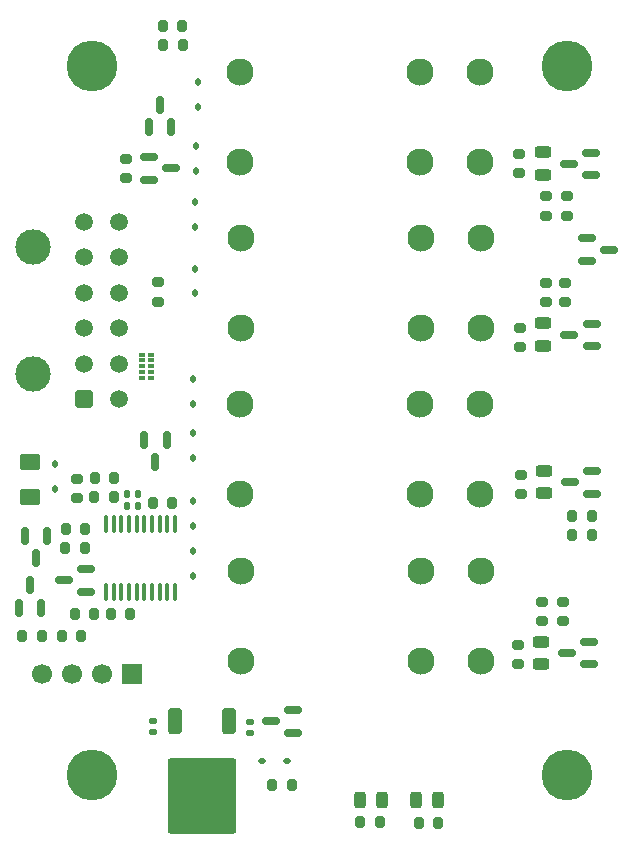
<source format=gbr>
%TF.GenerationSoftware,KiCad,Pcbnew,9.0.4*%
%TF.CreationDate,2026-01-15T15:25:04-08:00*%
%TF.ProjectId,relayBoard,72656c61-7942-46f6-9172-642e6b696361,rev?*%
%TF.SameCoordinates,Original*%
%TF.FileFunction,Soldermask,Top*%
%TF.FilePolarity,Negative*%
%FSLAX46Y46*%
G04 Gerber Fmt 4.6, Leading zero omitted, Abs format (unit mm)*
G04 Created by KiCad (PCBNEW 9.0.4) date 2026-01-15 15:25:04*
%MOMM*%
%LPD*%
G01*
G04 APERTURE LIST*
G04 Aperture macros list*
%AMRoundRect*
0 Rectangle with rounded corners*
0 $1 Rounding radius*
0 $2 $3 $4 $5 $6 $7 $8 $9 X,Y pos of 4 corners*
0 Add a 4 corners polygon primitive as box body*
4,1,4,$2,$3,$4,$5,$6,$7,$8,$9,$2,$3,0*
0 Add four circle primitives for the rounded corners*
1,1,$1+$1,$2,$3*
1,1,$1+$1,$4,$5*
1,1,$1+$1,$6,$7*
1,1,$1+$1,$8,$9*
0 Add four rect primitives between the rounded corners*
20,1,$1+$1,$2,$3,$4,$5,0*
20,1,$1+$1,$4,$5,$6,$7,0*
20,1,$1+$1,$6,$7,$8,$9,0*
20,1,$1+$1,$8,$9,$2,$3,0*%
G04 Aperture macros list end*
%ADD10RoundRect,0.112500X-0.112500X0.187500X-0.112500X-0.187500X0.112500X-0.187500X0.112500X0.187500X0*%
%ADD11RoundRect,0.200000X0.200000X0.275000X-0.200000X0.275000X-0.200000X-0.275000X0.200000X-0.275000X0*%
%ADD12C,4.300000*%
%ADD13C,1.500000*%
%ADD14RoundRect,0.250001X0.499999X-0.499999X0.499999X0.499999X-0.499999X0.499999X-0.499999X-0.499999X0*%
%ADD15C,3.000000*%
%ADD16RoundRect,0.150000X-0.150000X0.587500X-0.150000X-0.587500X0.150000X-0.587500X0.150000X0.587500X0*%
%ADD17RoundRect,0.150000X0.150000X-0.587500X0.150000X0.587500X-0.150000X0.587500X-0.150000X-0.587500X0*%
%ADD18RoundRect,0.250000X-0.350000X0.850000X-0.350000X-0.850000X0.350000X-0.850000X0.350000X0.850000X0*%
%ADD19RoundRect,0.249997X-2.650003X2.950003X-2.650003X-2.950003X2.650003X-2.950003X2.650003X2.950003X0*%
%ADD20RoundRect,0.150000X0.587500X0.150000X-0.587500X0.150000X-0.587500X-0.150000X0.587500X-0.150000X0*%
%ADD21RoundRect,0.200000X-0.200000X-0.275000X0.200000X-0.275000X0.200000X0.275000X-0.200000X0.275000X0*%
%ADD22RoundRect,0.112500X0.112500X-0.187500X0.112500X0.187500X-0.112500X0.187500X-0.112500X-0.187500X0*%
%ADD23RoundRect,0.140000X-0.170000X0.140000X-0.170000X-0.140000X0.170000X-0.140000X0.170000X0.140000X0*%
%ADD24RoundRect,0.243750X0.456250X-0.243750X0.456250X0.243750X-0.456250X0.243750X-0.456250X-0.243750X0*%
%ADD25RoundRect,0.200000X0.275000X-0.200000X0.275000X0.200000X-0.275000X0.200000X-0.275000X-0.200000X0*%
%ADD26C,2.300000*%
%ADD27RoundRect,0.140000X0.140000X0.170000X-0.140000X0.170000X-0.140000X-0.170000X0.140000X-0.170000X0*%
%ADD28RoundRect,0.100000X-0.100000X0.637500X-0.100000X-0.637500X0.100000X-0.637500X0.100000X0.637500X0*%
%ADD29RoundRect,0.200000X-0.275000X0.200000X-0.275000X-0.200000X0.275000X-0.200000X0.275000X0.200000X0*%
%ADD30RoundRect,0.243750X-0.243750X-0.456250X0.243750X-0.456250X0.243750X0.456250X-0.243750X0.456250X0*%
%ADD31R,1.700000X1.700000*%
%ADD32C,1.700000*%
%ADD33RoundRect,0.112500X-0.187500X-0.112500X0.187500X-0.112500X0.187500X0.112500X-0.187500X0.112500X0*%
%ADD34RoundRect,0.150000X-0.587500X-0.150000X0.587500X-0.150000X0.587500X0.150000X-0.587500X0.150000X0*%
%ADD35RoundRect,0.075000X-0.200000X0.075000X-0.200000X-0.075000X0.200000X-0.075000X0.200000X0.075000X0*%
%ADD36RoundRect,0.250001X-0.624999X0.462499X-0.624999X-0.462499X0.624999X-0.462499X0.624999X0.462499X0*%
%ADD37RoundRect,0.140000X-0.140000X-0.170000X0.140000X-0.170000X0.140000X0.170000X-0.140000X0.170000X0*%
G04 APERTURE END LIST*
D10*
%TO.C,D7*%
X83070000Y-74720000D03*
X83070000Y-72620000D03*
%TD*%
D11*
%TO.C,R15*%
X85585000Y-79720000D03*
X83935000Y-79720000D03*
%TD*%
D12*
%TO.C,H1*%
X126430000Y-38930000D03*
%TD*%
%TO.C,H2*%
X86160000Y-38930000D03*
%TD*%
%TO.C,H3*%
X126430000Y-98920000D03*
%TD*%
%TO.C,H4*%
X86160000Y-98920000D03*
%TD*%
D13*
%TO.C,J1*%
X88490000Y-52110000D03*
X88490000Y-55110000D03*
X88490000Y-58110000D03*
X88490000Y-61110000D03*
X88490000Y-64110000D03*
X88490000Y-67110000D03*
X85490000Y-52110000D03*
X85490000Y-55110000D03*
X85490000Y-58110000D03*
X85490000Y-61110000D03*
X85490000Y-64110000D03*
D14*
X85490000Y-67110000D03*
D15*
X81170000Y-54250000D03*
X81170000Y-64950000D03*
%TD*%
D16*
%TO.C,Q5*%
X81452500Y-80552500D03*
X80502500Y-78677500D03*
X82402500Y-78677500D03*
%TD*%
D17*
%TO.C,Q12*%
X80937500Y-82882500D03*
X81887500Y-84757500D03*
X79987500Y-84757500D03*
%TD*%
D18*
%TO.C,U4*%
X93195000Y-94395000D03*
D19*
X95475000Y-100695000D03*
D18*
X97755000Y-94395000D03*
%TD*%
D20*
%TO.C,Q8*%
X83775000Y-82460000D03*
X85650000Y-81510000D03*
X85650000Y-83410000D03*
%TD*%
D11*
%TO.C,R29*%
X87785000Y-85280000D03*
X89435000Y-85280000D03*
%TD*%
%TO.C,R30*%
X80265000Y-87160000D03*
X81915000Y-87160000D03*
%TD*%
D21*
%TO.C,R31*%
X83625000Y-87160000D03*
X85275000Y-87160000D03*
%TD*%
%TO.C,R28*%
X84745000Y-85300000D03*
X86395000Y-85300000D03*
%TD*%
D22*
%TO.C,D5*%
X94700000Y-67510000D03*
X94700000Y-65410000D03*
%TD*%
D23*
%TO.C,C2*%
X91377500Y-94345000D03*
X91377500Y-95305000D03*
%TD*%
D21*
%TO.C,R4*%
X86380000Y-75410000D03*
X88030000Y-75410000D03*
%TD*%
D24*
%TO.C,D14*%
X124390000Y-62570000D03*
X124390000Y-60695000D03*
%TD*%
D22*
%TO.C,D11*%
X94730000Y-77847500D03*
X94730000Y-75747500D03*
%TD*%
D25*
%TO.C,R13*%
X124310000Y-85925000D03*
X124310000Y-84275000D03*
%TD*%
D11*
%TO.C,R21*%
X115505000Y-103010000D03*
X113855000Y-103010000D03*
%TD*%
D25*
%TO.C,R3*%
X84920000Y-75505000D03*
X84920000Y-73855000D03*
%TD*%
D26*
%TO.C,K6*%
X98740000Y-47020000D03*
X113980000Y-47020000D03*
X119060000Y-47020000D03*
X119060000Y-39400000D03*
X113980000Y-39400000D03*
X98740000Y-39400000D03*
%TD*%
D27*
%TO.C,C7*%
X90120000Y-75140000D03*
X89160000Y-75140000D03*
%TD*%
D28*
%TO.C,U5*%
X93205000Y-77705000D03*
X92555000Y-77705000D03*
X91905000Y-77705000D03*
X91255000Y-77705000D03*
X90605000Y-77705000D03*
X89955000Y-77705000D03*
X89305000Y-77705000D03*
X88655000Y-77705000D03*
X88005000Y-77705000D03*
X87355000Y-77705000D03*
X87355000Y-83430000D03*
X88005000Y-83430000D03*
X88655000Y-83430000D03*
X89305000Y-83430000D03*
X89955000Y-83430000D03*
X90605000Y-83430000D03*
X91255000Y-83430000D03*
X91905000Y-83430000D03*
X92555000Y-83430000D03*
X93205000Y-83430000D03*
%TD*%
D29*
%TO.C,R16*%
X126030000Y-84275000D03*
X126030000Y-85925000D03*
%TD*%
D25*
%TO.C,R8*%
X126390000Y-51575000D03*
X126390000Y-49925000D03*
%TD*%
D29*
%TO.C,R26*%
X89102500Y-46735000D03*
X89102500Y-48385000D03*
%TD*%
D26*
%TO.C,K4*%
X98750000Y-75170000D03*
X113990000Y-75170000D03*
X119070000Y-75170000D03*
X119070000Y-67550000D03*
X113990000Y-67550000D03*
X98750000Y-67550000D03*
%TD*%
D30*
%TO.C,GLV1*%
X113642500Y-101070000D03*
X115517500Y-101070000D03*
%TD*%
D26*
%TO.C,K5*%
X98830000Y-61060000D03*
X114070000Y-61060000D03*
X119150000Y-61060000D03*
X119150000Y-53440000D03*
X114070000Y-53440000D03*
X98830000Y-53440000D03*
%TD*%
D11*
%TO.C,R7*%
X128475000Y-77020000D03*
X126825000Y-77020000D03*
%TD*%
D10*
%TO.C,D1*%
X95180000Y-40270000D03*
X95180000Y-42370000D03*
%TD*%
D17*
%TO.C,Q4*%
X91000000Y-44047500D03*
X92900000Y-44047500D03*
X91950000Y-42172500D03*
%TD*%
D25*
%TO.C,R22*%
X91730000Y-58840000D03*
X91730000Y-57190000D03*
%TD*%
D21*
%TO.C,R25*%
X92205000Y-37080000D03*
X93855000Y-37080000D03*
%TD*%
D24*
%TO.C,D15*%
X124430000Y-75070000D03*
X124430000Y-73195000D03*
%TD*%
D10*
%TO.C,D10*%
X94730000Y-79950000D03*
X94730000Y-82050000D03*
%TD*%
D21*
%TO.C,R9*%
X126835000Y-78650000D03*
X128485000Y-78650000D03*
%TD*%
D20*
%TO.C,Q9*%
X128477500Y-62622500D03*
X128477500Y-60722500D03*
X126602500Y-61672500D03*
%TD*%
%TO.C,Q11*%
X128250000Y-89570000D03*
X128250000Y-87670000D03*
X126375000Y-88620000D03*
%TD*%
D31*
%TO.C,J2*%
X89590000Y-90360000D03*
D32*
X87050000Y-90360000D03*
X84510000Y-90360000D03*
X81970000Y-90360000D03*
%TD*%
D33*
%TO.C,D17*%
X100580000Y-97770000D03*
X102680000Y-97770000D03*
%TD*%
D21*
%TO.C,R20*%
X108902500Y-102891250D03*
X110552500Y-102891250D03*
%TD*%
D29*
%TO.C,R5*%
X124610000Y-49915000D03*
X124610000Y-51565000D03*
%TD*%
D34*
%TO.C,D8*%
X128052500Y-53490000D03*
X128052500Y-55390000D03*
X129927500Y-54440000D03*
%TD*%
D22*
%TO.C,D4*%
X94920000Y-52510000D03*
X94920000Y-50410000D03*
%TD*%
D20*
%TO.C,Q6*%
X103227500Y-95342500D03*
X103227500Y-93442500D03*
X101352500Y-94392500D03*
%TD*%
D21*
%TO.C,R14*%
X86430000Y-73810000D03*
X88080000Y-73810000D03*
%TD*%
D29*
%TO.C,R10*%
X122420000Y-61055000D03*
X122420000Y-62705000D03*
%TD*%
D25*
%TO.C,R17*%
X124650000Y-58900000D03*
X124650000Y-57250000D03*
%TD*%
D23*
%TO.C,C1*%
X99597500Y-94405000D03*
X99597500Y-95365000D03*
%TD*%
D11*
%TO.C,R27*%
X93835000Y-35500000D03*
X92185000Y-35500000D03*
%TD*%
D35*
%TO.C,U2*%
X90410000Y-63330000D03*
X90410000Y-63830000D03*
X90410000Y-64330000D03*
X90410000Y-64830000D03*
X90410000Y-65330000D03*
X91180000Y-65330000D03*
X91180000Y-64830000D03*
X91180000Y-64330000D03*
X91180000Y-63830000D03*
X91180000Y-63330000D03*
%TD*%
D20*
%TO.C,Q10*%
X128517500Y-75102500D03*
X128517500Y-73202500D03*
X126642500Y-74152500D03*
%TD*%
D30*
%TO.C,3V1*%
X108860000Y-101031250D03*
X110735000Y-101031250D03*
%TD*%
D24*
%TO.C,D13*%
X124410000Y-48097500D03*
X124410000Y-46222500D03*
%TD*%
D21*
%TO.C,R19*%
X91345000Y-75890000D03*
X92995000Y-75890000D03*
%TD*%
D20*
%TO.C,Q1*%
X128437500Y-48142500D03*
X128437500Y-46242500D03*
X126562500Y-47192500D03*
%TD*%
D36*
%TO.C,F1*%
X80920000Y-72422500D03*
X80920000Y-75397500D03*
%TD*%
D29*
%TO.C,R11*%
X122470000Y-73500000D03*
X122470000Y-75150000D03*
%TD*%
%TO.C,R18*%
X126270000Y-57260000D03*
X126270000Y-58910000D03*
%TD*%
%TO.C,R12*%
X122230000Y-87895000D03*
X122230000Y-89545000D03*
%TD*%
D37*
%TO.C,C6*%
X89160000Y-76150000D03*
X90120000Y-76150000D03*
%TD*%
D10*
%TO.C,D2*%
X95000000Y-45690000D03*
X95000000Y-47790000D03*
%TD*%
D11*
%TO.C,R2*%
X85595000Y-78100000D03*
X83945000Y-78100000D03*
%TD*%
D10*
%TO.C,D3*%
X94940000Y-56050000D03*
X94940000Y-58150000D03*
%TD*%
D11*
%TO.C,R1*%
X103075000Y-99750000D03*
X101425000Y-99750000D03*
%TD*%
D29*
%TO.C,R6*%
X122340000Y-46315000D03*
X122340000Y-47965000D03*
%TD*%
D10*
%TO.C,D6*%
X94700000Y-70010000D03*
X94700000Y-72110000D03*
%TD*%
D16*
%TO.C,Q2*%
X92502500Y-70592500D03*
X90602500Y-70592500D03*
X91552500Y-72467500D03*
%TD*%
D24*
%TO.C,D16*%
X124210000Y-89547500D03*
X124210000Y-87672500D03*
%TD*%
D34*
%TO.C,Q3*%
X91002500Y-46620000D03*
X91002500Y-48520000D03*
X92877500Y-47570000D03*
%TD*%
D26*
%TO.C,K7*%
X98830000Y-89250000D03*
X114070000Y-89250000D03*
X119150000Y-89250000D03*
X119150000Y-81630000D03*
X114070000Y-81630000D03*
X98830000Y-81630000D03*
%TD*%
M02*

</source>
